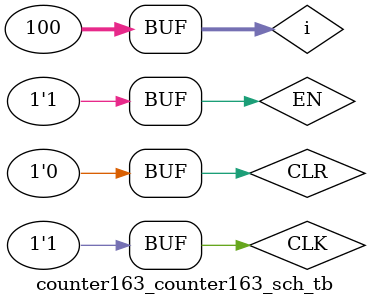
<source format=v>

`timescale 1ns / 1ps

module counter163_counter163_sch_tb();

// Inputs
   reg CLR;
   reg CLK;
   reg EN;

// Output
   wire D0;
   wire D1;
   wire D2;
   wire D3;
	integer i;
// Bidirs

// Instantiate the UUT
   counter163 UUT (
		.D0(D0), 
		.D1(D1), 
		.D2(D2), 
		.D3(D3), 
		.CLR(CLR), 
		.CLK(CLK), 
		.EN(EN)
   );
// Initialize Inputs
   //`ifdef auto_init
      initial begin
		EN = 1;
		#10;
		CLR = 0;
		#10;
		//CLR = 1;
		#10;
		for (i = 0; i < 100; i = i + 1) begin
			CLK = 0;
			#10;
			CLK = 1;
			#10;
		end
		end
   //`endif
endmodule

</source>
